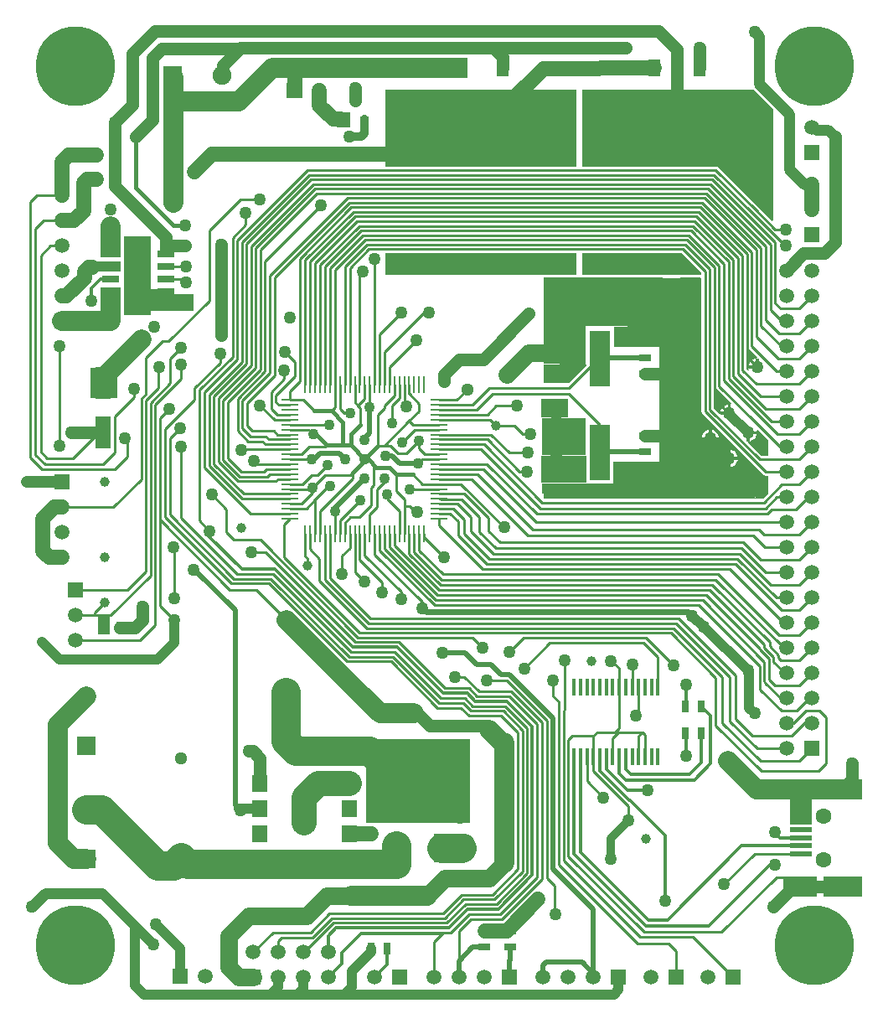
<source format=gtl>
%FSLAX24Y24*%
%MOIN*%
G70*
G01*
G75*
G04 Layer_Physical_Order=1*
G04 Layer_Color=255*
%ADD10R,0.0315X0.0512*%
%ADD11R,0.0512X0.0315*%
%ADD12R,0.0512X0.0669*%
%ADD13R,0.2165X0.2244*%
%ADD14R,0.0630X0.1260*%
%ADD15R,0.0949X0.1299*%
%ADD16R,0.0689X0.0256*%
%ADD17R,0.1378X0.0807*%
%ADD18R,0.1575X0.0807*%
%ADD19R,0.0886X0.0197*%
%ADD20R,0.0138X0.0689*%
%ADD21R,0.0354X0.0315*%
%ADD22R,0.0598X0.0701*%
%ADD23R,0.0827X0.2205*%
%ADD24R,0.2283X0.2441*%
%ADD25R,0.0630X0.1181*%
%ADD26O,0.0098X0.0709*%
%ADD27O,0.0709X0.0098*%
%ADD28C,0.0087*%
%ADD29C,0.0512*%
%ADD30C,0.1181*%
%ADD31C,0.0472*%
%ADD32C,0.0591*%
%ADD33C,0.0118*%
%ADD34C,0.0433*%
%ADD35C,0.0110*%
%ADD36C,0.0197*%
%ADD37C,0.0098*%
%ADD38C,0.0394*%
%ADD39C,0.0315*%
%ADD40C,0.0984*%
%ADD41C,0.0709*%
%ADD42C,0.0157*%
%ADD43C,0.0787*%
%ADD44C,0.0236*%
%ADD45C,0.0346*%
%ADD46R,0.2075X0.0991*%
%ADD47R,0.0984X0.0753*%
%ADD48R,0.1682X0.0127*%
%ADD49R,0.1057X0.0746*%
%ADD50R,0.1774X0.1493*%
%ADD51R,0.1784X0.1115*%
%ADD52R,0.4757X0.0406*%
%ADD53R,0.1915X0.0841*%
%ADD54R,0.1689X0.2500*%
%ADD55R,0.4750X0.1932*%
%ADD56R,0.0784X0.0710*%
%ADD57R,0.2011X0.0891*%
%ADD58R,0.1089X0.3129*%
%ADD59R,0.0900X0.0910*%
%ADD60R,0.0806X0.1050*%
%ADD61R,0.0901X0.0788*%
%ADD62R,0.1077X0.0390*%
%ADD63R,0.1085X0.1247*%
%ADD64R,0.0785X0.0961*%
%ADD65R,0.0516X0.0864*%
%ADD66R,0.0450X0.0750*%
%ADD67R,0.0624X0.0822*%
%ADD68R,0.0552X0.0586*%
%ADD69R,0.2981X0.2504*%
%ADD70R,0.1698X0.6526*%
%ADD71R,0.2193X0.1166*%
%ADD72R,0.1066X0.1127*%
%ADD73R,0.8435X0.0209*%
%ADD74R,0.2431X0.2506*%
%ADD75R,0.2503X0.2506*%
%ADD76R,0.4161X0.3335*%
%ADD77C,0.0394*%
%ADD78R,0.0591X0.0591*%
%ADD79C,0.0591*%
%ADD80R,0.0591X0.0591*%
%ADD81C,0.0748*%
%ADD82R,0.0748X0.0748*%
%ADD83R,0.0748X0.0748*%
%ADD84C,0.0512*%
%ADD85C,0.3150*%
%ADD86C,0.0433*%
%ADD87C,0.0500*%
%ADD88C,0.0630*%
G36*
X42369Y59162D02*
X42353Y59155D01*
Y59155D01*
X42353Y59155D01*
X34770D01*
Y60022D01*
X42369D01*
Y59162D01*
D02*
G37*
G36*
X47355Y59226D02*
Y59139D01*
X42598D01*
Y60022D01*
X46559D01*
X47355Y59226D01*
D02*
G37*
G36*
X42369Y63457D02*
X34770D01*
Y66521D01*
X42369D01*
Y63457D01*
D02*
G37*
G36*
X50197Y65754D02*
Y61307D01*
X50151Y61288D01*
X49594Y61844D01*
X49594Y61844D01*
X48024Y63414D01*
X47977Y63446D01*
X47922Y63457D01*
X42598D01*
Y66521D01*
X49430D01*
X50197Y65754D01*
D02*
G37*
G36*
X49992Y52567D02*
Y51945D01*
X49724D01*
X49184Y52484D01*
X49200Y52518D01*
X49143Y52525D01*
X49141Y52527D01*
Y52869D01*
X49200D01*
Y52928D01*
X49544D01*
X49541Y52952D01*
X49585Y52974D01*
X49992Y52567D01*
D02*
G37*
G36*
X49206Y58998D02*
Y56300D01*
X49206Y56300D01*
X49206D01*
X49217Y56244D01*
X49248Y56197D01*
X49572Y55873D01*
X49556Y55826D01*
X49566Y55827D01*
X49625Y55819D01*
Y55475D01*
X49566D01*
Y55417D01*
X49222D01*
X49226Y55385D01*
X49236Y55362D01*
X49194Y55334D01*
X49125Y55404D01*
Y59014D01*
X49171Y59033D01*
X49206Y58998D01*
D02*
G37*
G36*
X47355Y58994D02*
Y53702D01*
X47355Y53702D01*
X47355D01*
X47366Y53647D01*
X47398Y53600D01*
X49800Y51198D01*
X49847Y51166D01*
X49856Y51165D01*
X49902Y51155D01*
X49992D01*
Y50450D01*
X49790Y50248D01*
X49505D01*
X49483Y50293D01*
X49504Y50321D01*
X49539Y50406D01*
X49544Y50437D01*
X49200D01*
Y50556D01*
X49544D01*
X49539Y50587D01*
X49504Y50672D01*
X49448Y50745D01*
X49376Y50801D01*
Y50802D01*
X49448Y50857D01*
X49504Y50930D01*
X49539Y51015D01*
X49544Y51047D01*
X48856D01*
X48849Y51106D01*
X48850Y51117D01*
X48800D01*
X48801Y51106D01*
X48794Y51047D01*
X48106D01*
X48099Y51106D01*
X48100Y51117D01*
X48050D01*
X48051Y51106D01*
X48044Y51047D01*
X47356D01*
X47349Y51106D01*
X47350Y51117D01*
X47300D01*
X47301Y51106D01*
X47294Y51047D01*
X46950D01*
Y51106D01*
X46891D01*
Y51450D01*
X46859Y51445D01*
X46774Y51410D01*
X46701Y51354D01*
X46646Y51282D01*
X46625Y51232D01*
X46575D01*
X46554Y51282D01*
X46498Y51354D01*
X46426Y51410D01*
X46341Y51445D01*
X46309Y51450D01*
Y51106D01*
X46191D01*
Y51450D01*
X46159Y51445D01*
X46074Y51410D01*
X46002Y51354D01*
X45946Y51282D01*
X45930Y51244D01*
X45880D01*
X45865Y51282D01*
X45809Y51354D01*
X45736Y51410D01*
X45657Y51443D01*
Y56563D01*
X45736Y56596D01*
X45809Y56652D01*
X45865Y56724D01*
X45880Y56762D01*
X45930D01*
X45946Y56724D01*
X46002Y56652D01*
X46074Y56596D01*
X46159Y56561D01*
X46191Y56557D01*
Y56900D01*
Y57244D01*
X46159Y57240D01*
X46074Y57205D01*
X46002Y57149D01*
X45946Y57076D01*
X45930Y57039D01*
X45880D01*
X45865Y57076D01*
X45809Y57149D01*
X45736Y57205D01*
X45657Y57237D01*
Y57313D01*
X45736Y57346D01*
X45809Y57402D01*
X45865Y57474D01*
X45880Y57512D01*
X45930D01*
X45946Y57474D01*
X46002Y57402D01*
X46074Y57346D01*
X46159Y57311D01*
X46191Y57307D01*
Y57650D01*
X46309D01*
Y57307D01*
X46341Y57311D01*
X46426Y57346D01*
X46498Y57402D01*
X46554Y57474D01*
X46575Y57524D01*
X46625D01*
X46646Y57474D01*
X46701Y57402D01*
X46774Y57346D01*
X46859Y57311D01*
X46891Y57307D01*
Y57650D01*
X46950D01*
Y57709D01*
X47294D01*
X47289Y57741D01*
X47254Y57826D01*
X47199Y57899D01*
X47126Y57955D01*
X47041Y57990D01*
Y58011D01*
X47126Y58046D01*
X47199Y58102D01*
X47254Y58174D01*
X47289Y58259D01*
X47294Y58291D01*
X46950D01*
Y58350D01*
X46891D01*
Y58694D01*
X46859Y58689D01*
X46774Y58654D01*
X46701Y58598D01*
X46646Y58526D01*
X46625Y58476D01*
X46575D01*
X46554Y58526D01*
X46498Y58598D01*
X46426Y58654D01*
X46341Y58689D01*
X46309Y58694D01*
Y58350D01*
X46191D01*
Y58694D01*
X46159Y58689D01*
X46074Y58654D01*
X46002Y58598D01*
X45946Y58526D01*
X45930Y58489D01*
X45880D01*
X45865Y58526D01*
X45809Y58599D01*
X45736Y58655D01*
X45657Y58687D01*
Y59026D01*
X47320Y59029D01*
X47355Y58994D01*
D02*
G37*
G36*
X42762Y55574D02*
X42762Y55555D01*
X42057Y54850D01*
X41683D01*
X41673Y54899D01*
X41746Y54929D01*
X41823Y54988D01*
X41882Y55065D01*
X41919Y55154D01*
X41924Y55191D01*
X41560D01*
Y55309D01*
X41924D01*
X41919Y55346D01*
X41882Y55436D01*
X41823Y55513D01*
X41746Y55572D01*
X41657Y55609D01*
Y55609D01*
X41657Y55609D01*
X42727D01*
X42762Y55574D01*
D02*
G37*
G36*
X47911Y58995D02*
Y54710D01*
X47911Y54710D01*
X47911D01*
X47922Y54655D01*
X47953Y54608D01*
X48532Y54029D01*
X48510Y53984D01*
X48509Y53984D01*
Y53640D01*
X48450D01*
Y53582D01*
X48106D01*
X48099Y53636D01*
X48054Y53614D01*
X47830Y53838D01*
Y59011D01*
X47876Y59030D01*
X47911Y58995D01*
D02*
G37*
%LPC*%
G36*
X48509Y52194D02*
Y51909D01*
X48794D01*
X48789Y51941D01*
X48754Y52026D01*
X48699Y52098D01*
X48626Y52154D01*
X48541Y52189D01*
X48509Y52194D01*
D02*
G37*
G36*
X47009Y52979D02*
Y52694D01*
X47294D01*
X47289Y52726D01*
X47254Y52811D01*
X47199Y52884D01*
X47126Y52940D01*
X47041Y52975D01*
X47009Y52979D01*
D02*
G37*
G36*
X47641D02*
X47609Y52975D01*
X47524Y52940D01*
X47452Y52884D01*
X47396Y52811D01*
X47361Y52726D01*
X47356Y52694D01*
X47641D01*
Y52979D01*
D02*
G37*
G36*
X47759D02*
Y52694D01*
X48044D01*
X48039Y52726D01*
X48004Y52811D01*
X47948Y52884D01*
X47876Y52940D01*
X47791Y52975D01*
X47759Y52979D01*
D02*
G37*
G36*
Y52194D02*
Y51909D01*
X48044D01*
X48039Y51941D01*
X48004Y52026D01*
X47948Y52098D01*
X47876Y52154D01*
X47791Y52189D01*
X47759Y52194D01*
D02*
G37*
G36*
X48391D02*
X48359Y52189D01*
X48274Y52154D01*
X48201Y52098D01*
X48146Y52026D01*
X48111Y51941D01*
X48106Y51909D01*
X48391D01*
Y52194D01*
D02*
G37*
G36*
X46891Y52576D02*
X46606D01*
X46611Y52544D01*
X46646Y52460D01*
X46701Y52387D01*
X46774Y52331D01*
X46859Y52296D01*
X46891Y52292D01*
Y52576D01*
D02*
G37*
G36*
X47299Y52657D02*
X47301Y52635D01*
X47300Y52625D01*
X47339D01*
X47351Y52613D01*
X47349Y52635D01*
X47350Y52646D01*
X47311D01*
X47299Y52657D01*
D02*
G37*
G36*
X49544Y52810D02*
X49259D01*
Y52526D01*
X49291Y52530D01*
X49376Y52565D01*
X49448Y52621D01*
X49504Y52694D01*
X49539Y52778D01*
X49544Y52810D01*
D02*
G37*
G36*
X48044Y52576D02*
X47759D01*
Y52292D01*
X47791Y52296D01*
X47876Y52331D01*
X47948Y52387D01*
X48004Y52460D01*
X48039Y52544D01*
X48044Y52576D01*
D02*
G37*
G36*
X46891Y52979D02*
X46859Y52975D01*
X46774Y52940D01*
X46701Y52884D01*
X46646Y52811D01*
X46611Y52726D01*
X46606Y52694D01*
X46891D01*
Y52979D01*
D02*
G37*
G36*
X47294Y52576D02*
X47009D01*
Y52292D01*
X47041Y52296D01*
X47126Y52331D01*
X47199Y52387D01*
X47254Y52460D01*
X47289Y52544D01*
X47294Y52576D01*
D02*
G37*
G36*
X47641D02*
X47356D01*
X47361Y52544D01*
X47396Y52460D01*
X47452Y52387D01*
X47524Y52331D01*
X47609Y52296D01*
X47641Y52292D01*
Y52576D01*
D02*
G37*
G36*
Y52194D02*
X47609Y52189D01*
X47524Y52154D01*
X47452Y52098D01*
X47396Y52026D01*
X47361Y51941D01*
X47356Y51909D01*
X47641D01*
Y52194D01*
D02*
G37*
G36*
X49141Y51450D02*
X49109Y51445D01*
X49024Y51410D01*
X48952Y51354D01*
X48896Y51282D01*
X48861Y51197D01*
X48856Y51165D01*
X49141D01*
Y51450D01*
D02*
G37*
G36*
X48509D02*
Y51165D01*
X48794D01*
X48789Y51197D01*
X48754Y51282D01*
X48699Y51354D01*
X48626Y51410D01*
X48541Y51445D01*
X48509Y51450D01*
D02*
G37*
G36*
X46891Y51791D02*
X46606D01*
X46611Y51759D01*
X46646Y51674D01*
X46701Y51602D01*
X46774Y51546D01*
X46859Y51511D01*
X46891Y51506D01*
Y51791D01*
D02*
G37*
G36*
X49259Y51450D02*
Y51165D01*
X49544D01*
X49539Y51197D01*
X49504Y51282D01*
X49448Y51354D01*
X49376Y51410D01*
X49291Y51445D01*
X49259Y51450D01*
D02*
G37*
G36*
X47641D02*
X47609Y51445D01*
X47524Y51410D01*
X47452Y51354D01*
X47396Y51282D01*
X47361Y51197D01*
X47356Y51165D01*
X47641D01*
Y51450D01*
D02*
G37*
G36*
X47009D02*
Y51165D01*
X47294D01*
X47289Y51197D01*
X47254Y51282D01*
X47199Y51354D01*
X47126Y51410D01*
X47041Y51445D01*
X47009Y51450D01*
D02*
G37*
G36*
X48391D02*
X48359Y51445D01*
X48274Y51410D01*
X48201Y51354D01*
X48146Y51282D01*
X48111Y51197D01*
X48106Y51165D01*
X48391D01*
Y51450D01*
D02*
G37*
G36*
X47759D02*
Y51165D01*
X48044D01*
X48039Y51197D01*
X48004Y51282D01*
X47948Y51354D01*
X47876Y51410D01*
X47791Y51445D01*
X47759Y51450D01*
D02*
G37*
G36*
X47294Y51791D02*
X47009D01*
Y51506D01*
X47041Y51511D01*
X47126Y51546D01*
X47199Y51602D01*
X47254Y51674D01*
X47289Y51759D01*
X47294Y51791D01*
D02*
G37*
G36*
X48049Y51872D02*
X48051Y51850D01*
X48050Y51839D01*
X48089D01*
X48101Y51828D01*
X48099Y51850D01*
X48100Y51861D01*
X48061D01*
X48049Y51872D01*
D02*
G37*
G36*
X47299D02*
X47301Y51850D01*
X47300Y51839D01*
X47339D01*
X47351Y51828D01*
X47349Y51850D01*
X47350Y51861D01*
X47311D01*
X47299Y51872D01*
D02*
G37*
G36*
X47009Y52194D02*
Y51909D01*
X47294D01*
X47289Y51941D01*
X47254Y52026D01*
X47199Y52098D01*
X47126Y52154D01*
X47041Y52189D01*
X47009Y52194D01*
D02*
G37*
G36*
X46891D02*
X46859Y52189D01*
X46774Y52154D01*
X46701Y52098D01*
X46646Y52026D01*
X46611Y51941D01*
X46606Y51909D01*
X46891D01*
Y52194D01*
D02*
G37*
G36*
X48044Y51791D02*
X47759D01*
Y51506D01*
X47791Y51511D01*
X47876Y51546D01*
X47948Y51602D01*
X48004Y51674D01*
X48039Y51759D01*
X48044Y51791D01*
D02*
G37*
G36*
X47641D02*
X47356D01*
X47361Y51759D01*
X47396Y51674D01*
X47452Y51602D01*
X47524Y51546D01*
X47609Y51511D01*
X47641Y51506D01*
Y51791D01*
D02*
G37*
G36*
X48794D02*
X48509D01*
Y51506D01*
X48541Y51511D01*
X48626Y51546D01*
X48699Y51602D01*
X48754Y51674D01*
X48789Y51759D01*
X48794Y51791D01*
D02*
G37*
G36*
X48391D02*
X48106D01*
X48111Y51759D01*
X48146Y51674D01*
X48201Y51602D01*
X48274Y51546D01*
X48359Y51511D01*
X48391Y51506D01*
Y51791D01*
D02*
G37*
G36*
X46191Y53429D02*
X45906D01*
X45911Y53397D01*
X45946Y53313D01*
X46002Y53240D01*
X46074Y53184D01*
X46159Y53149D01*
X46191Y53145D01*
Y53429D01*
D02*
G37*
G36*
X46891Y57244D02*
X46859Y57240D01*
X46774Y57205D01*
X46701Y57149D01*
X46646Y57076D01*
X46625Y57026D01*
X46575D01*
X46554Y57076D01*
X46498Y57149D01*
X46426Y57205D01*
X46341Y57240D01*
X46309Y57244D01*
Y56900D01*
Y56557D01*
X46341Y56561D01*
X46426Y56596D01*
X46498Y56652D01*
X46554Y56724D01*
X46575Y56774D01*
X46625D01*
X46646Y56724D01*
X46701Y56652D01*
X46774Y56596D01*
X46859Y56561D01*
X46891Y56557D01*
Y56900D01*
Y57244D01*
D02*
G37*
G36*
X47009D02*
Y56959D01*
X47294D01*
X47289Y56991D01*
X47254Y57076D01*
X47199Y57149D01*
X47126Y57205D01*
X47041Y57240D01*
X47009Y57244D01*
D02*
G37*
G36*
Y58694D02*
Y58409D01*
X47294D01*
X47289Y58441D01*
X47254Y58526D01*
X47199Y58598D01*
X47126Y58654D01*
X47041Y58689D01*
X47009Y58694D01*
D02*
G37*
G36*
X47294Y57591D02*
X47009D01*
Y57307D01*
X47041Y57311D01*
X47126Y57346D01*
X47199Y57402D01*
X47254Y57474D01*
X47289Y57559D01*
X47294Y57591D01*
D02*
G37*
G36*
X46891Y56391D02*
X46859Y56387D01*
X46774Y56352D01*
X46701Y56296D01*
X46646Y56223D01*
X46611Y56138D01*
X46606Y56106D01*
X46891D01*
Y56391D01*
D02*
G37*
G36*
X47294Y55988D02*
X47009D01*
Y55704D01*
X47041Y55708D01*
X47126Y55743D01*
X47199Y55799D01*
X47254Y55872D01*
X47289Y55956D01*
X47294Y55988D01*
D02*
G37*
G36*
Y56841D02*
X47009D01*
Y56557D01*
X47041Y56561D01*
X47126Y56596D01*
X47199Y56652D01*
X47254Y56724D01*
X47289Y56809D01*
X47294Y56841D01*
D02*
G37*
G36*
X47009Y56391D02*
Y56106D01*
X47294D01*
X47289Y56138D01*
X47254Y56223D01*
X47199Y56296D01*
X47126Y56352D01*
X47041Y56387D01*
X47009Y56391D01*
D02*
G37*
G36*
X39731Y66056D02*
X38609D01*
Y64895D01*
X39731D01*
Y66056D01*
D02*
G37*
G36*
X38491D02*
X37369D01*
Y64895D01*
X38491D01*
Y66056D01*
D02*
G37*
G36*
X47559D02*
X46437D01*
Y64895D01*
X47559D01*
Y66056D01*
D02*
G37*
G36*
X46319D02*
X45197D01*
Y64895D01*
X46319D01*
Y66056D01*
D02*
G37*
G36*
X39731Y64777D02*
X38609D01*
Y63615D01*
X39731D01*
Y64777D01*
D02*
G37*
G36*
X38491D02*
X37369D01*
Y63615D01*
X38491D01*
Y64777D01*
D02*
G37*
G36*
X47559D02*
X46437D01*
Y63615D01*
X47559D01*
Y64777D01*
D02*
G37*
G36*
X46319D02*
X45197D01*
Y63615D01*
X46319D01*
Y64777D01*
D02*
G37*
G36*
X46191Y54282D02*
X45906D01*
X45911Y54250D01*
X45946Y54166D01*
X46002Y54093D01*
X46074Y54037D01*
X46159Y54002D01*
X46191Y53998D01*
Y54282D01*
D02*
G37*
G36*
X48391Y53984D02*
X48359Y53980D01*
X48274Y53945D01*
X48201Y53889D01*
X48146Y53816D01*
X48111Y53732D01*
X48106Y53700D01*
X48391D01*
Y53984D01*
D02*
G37*
G36*
X46191Y54685D02*
X46159Y54681D01*
X46074Y54646D01*
X46002Y54590D01*
X45946Y54517D01*
X45911Y54432D01*
X45906Y54400D01*
X46191D01*
Y54685D01*
D02*
G37*
G36*
X47294Y54282D02*
X47009D01*
Y53998D01*
X47041Y54002D01*
X47126Y54037D01*
X47199Y54093D01*
X47254Y54166D01*
X47289Y54250D01*
X47294Y54282D01*
D02*
G37*
G36*
X46191Y53832D02*
X46159Y53828D01*
X46074Y53793D01*
X46002Y53737D01*
X45946Y53664D01*
X45911Y53579D01*
X45906Y53547D01*
X46191D01*
Y53832D01*
D02*
G37*
G36*
X47294Y53429D02*
X47009D01*
Y53145D01*
X47041Y53149D01*
X47126Y53184D01*
X47199Y53240D01*
X47254Y53313D01*
X47289Y53397D01*
X47294Y53429D01*
D02*
G37*
G36*
X46891Y53832D02*
X46859Y53828D01*
X46774Y53793D01*
X46701Y53737D01*
X46646Y53664D01*
X46625Y53614D01*
X46575D01*
X46554Y53664D01*
X46498Y53737D01*
X46426Y53793D01*
X46341Y53828D01*
X46309Y53832D01*
Y53488D01*
Y53145D01*
X46341Y53149D01*
X46426Y53184D01*
X46498Y53240D01*
X46554Y53313D01*
X46575Y53363D01*
X46625D01*
X46646Y53313D01*
X46701Y53240D01*
X46774Y53184D01*
X46859Y53149D01*
X46891Y53145D01*
Y53488D01*
Y53832D01*
D02*
G37*
G36*
X47009D02*
Y53547D01*
X47294D01*
X47289Y53579D01*
X47254Y53664D01*
X47199Y53737D01*
X47126Y53793D01*
X47041Y53828D01*
X47009Y53832D01*
D02*
G37*
G36*
Y55538D02*
Y55253D01*
X47294D01*
X47289Y55285D01*
X47254Y55370D01*
X47199Y55443D01*
X47126Y55499D01*
X47041Y55534D01*
X47009Y55538D01*
D02*
G37*
G36*
X46891D02*
X46859Y55534D01*
X46774Y55499D01*
X46701Y55443D01*
X46646Y55370D01*
X46611Y55285D01*
X46606Y55253D01*
X46891D01*
Y55538D01*
D02*
G37*
G36*
Y55988D02*
X46606D01*
X46611Y55956D01*
X46646Y55872D01*
X46701Y55799D01*
X46774Y55743D01*
X46859Y55708D01*
X46891Y55704D01*
Y55988D01*
D02*
G37*
G36*
X49507Y55819D02*
X49475Y55815D01*
X49390Y55780D01*
X49317Y55724D01*
X49261Y55651D01*
X49226Y55567D01*
X49222Y55535D01*
X49507D01*
Y55819D01*
D02*
G37*
G36*
X46891Y54685D02*
X46859Y54681D01*
X46774Y54646D01*
X46701Y54590D01*
X46646Y54517D01*
X46625Y54467D01*
X46575D01*
X46554Y54517D01*
X46498Y54590D01*
X46426Y54646D01*
X46341Y54681D01*
X46309Y54685D01*
Y54341D01*
Y53998D01*
X46341Y54002D01*
X46426Y54037D01*
X46498Y54093D01*
X46554Y54166D01*
X46575Y54215D01*
X46625D01*
X46646Y54166D01*
X46701Y54093D01*
X46774Y54037D01*
X46859Y54002D01*
X46891Y53998D01*
Y54341D01*
Y54685D01*
D02*
G37*
G36*
X47009D02*
Y54400D01*
X47294D01*
X47289Y54432D01*
X47254Y54517D01*
X47199Y54590D01*
X47126Y54646D01*
X47041Y54681D01*
X47009Y54685D01*
D02*
G37*
G36*
X47294Y55135D02*
X47009D01*
Y54851D01*
X47041Y54855D01*
X47126Y54890D01*
X47199Y54946D01*
X47254Y55019D01*
X47289Y55103D01*
X47294Y55135D01*
D02*
G37*
G36*
X46891D02*
X46606D01*
X46611Y55103D01*
X46646Y55019D01*
X46701Y54946D01*
X46774Y54890D01*
X46859Y54855D01*
X46891Y54851D01*
Y55135D01*
D02*
G37*
%LPD*%
D10*
X46709Y41980D02*
D03*
X47339D02*
D03*
X24200Y45100D02*
D03*
X23570D02*
D03*
X34850Y32350D02*
D03*
X34220D02*
D03*
X23907Y63910D02*
D03*
X23277D02*
D03*
X23907Y62960D02*
D03*
X23277D02*
D03*
X46709Y40909D02*
D03*
X47339D02*
D03*
D11*
X45110Y52100D02*
D03*
Y52730D02*
D03*
Y55850D02*
D03*
Y55220D02*
D03*
X39750Y32400D02*
D03*
Y33030D02*
D03*
X38700Y32400D02*
D03*
Y33030D02*
D03*
D12*
X37650Y67371D02*
D03*
X39450D02*
D03*
X45478D02*
D03*
X47278D02*
D03*
D13*
X38550Y64829D02*
D03*
X46378D02*
D03*
D14*
X23550Y54850D02*
D03*
Y52881D02*
D03*
D15*
X24950Y59250D02*
D03*
D16*
X23840Y58480D02*
D03*
Y58980D02*
D03*
X26045Y58480D02*
D03*
Y58980D02*
D03*
Y59480D02*
D03*
Y59980D02*
D03*
X23840D02*
D03*
Y59480D02*
D03*
D17*
X51289Y38689D02*
D03*
Y34811D02*
D03*
D18*
X52963Y38689D02*
D03*
Y34811D02*
D03*
D19*
X51299Y37380D02*
D03*
Y37065D02*
D03*
Y36120D02*
D03*
Y36435D02*
D03*
Y36750D02*
D03*
D20*
X45613Y42750D02*
D03*
X45357D02*
D03*
X45101D02*
D03*
X44846D02*
D03*
X44590D02*
D03*
X44334D02*
D03*
X44078D02*
D03*
X42287D02*
D03*
X42542D02*
D03*
X42798D02*
D03*
X43054D02*
D03*
X43310D02*
D03*
X43566D02*
D03*
X43822D02*
D03*
X44078Y39972D02*
D03*
X44334D02*
D03*
X44590D02*
D03*
X44846D02*
D03*
X45101D02*
D03*
X45357D02*
D03*
X45614D02*
D03*
X42287D02*
D03*
X42542D02*
D03*
X42798D02*
D03*
X43054D02*
D03*
X43310D02*
D03*
X43566D02*
D03*
X43822D02*
D03*
D21*
X33176Y65326D02*
D03*
X33924D02*
D03*
X33550Y66074D02*
D03*
D22*
X33325Y36900D02*
D03*
X33325Y37900D02*
D03*
X33325Y38900D02*
D03*
X29775Y36900D02*
D03*
X29775Y37900D02*
D03*
X29775Y38900D02*
D03*
D23*
X43300Y52080D02*
D03*
Y55820D02*
D03*
D24*
X36100Y39400D02*
D03*
D25*
X35200Y36378D02*
D03*
X37000Y36353D02*
D03*
D26*
X36313Y54781D02*
D03*
X31589D02*
D03*
X31785D02*
D03*
X31982D02*
D03*
X32179D02*
D03*
X32376D02*
D03*
X32573D02*
D03*
X32770D02*
D03*
X32966D02*
D03*
X33163D02*
D03*
X33360D02*
D03*
X33557D02*
D03*
X33754D02*
D03*
X33951D02*
D03*
X34148D02*
D03*
X34344D02*
D03*
X34541D02*
D03*
X34738D02*
D03*
X34935D02*
D03*
X35132D02*
D03*
X35329D02*
D03*
X35526D02*
D03*
X35722D02*
D03*
X35919D02*
D03*
X36116D02*
D03*
X36313Y48836D02*
D03*
X36116D02*
D03*
X35919D02*
D03*
X35722D02*
D03*
X35526D02*
D03*
X35329D02*
D03*
X35132D02*
D03*
X34935D02*
D03*
X34738D02*
D03*
X34541D02*
D03*
X34344D02*
D03*
X34148D02*
D03*
X33951D02*
D03*
X33754D02*
D03*
X33557D02*
D03*
X33360D02*
D03*
X33163D02*
D03*
X32966D02*
D03*
X32770D02*
D03*
X32573D02*
D03*
X32376D02*
D03*
X32179D02*
D03*
X31982D02*
D03*
X31785D02*
D03*
X31589D02*
D03*
D27*
X30978Y49447D02*
D03*
Y49644D02*
D03*
Y49840D02*
D03*
Y50037D02*
D03*
Y50234D02*
D03*
Y50431D02*
D03*
Y50628D02*
D03*
Y50825D02*
D03*
Y51022D02*
D03*
Y51218D02*
D03*
Y51415D02*
D03*
Y51612D02*
D03*
Y51809D02*
D03*
Y52006D02*
D03*
Y52203D02*
D03*
Y52399D02*
D03*
Y52596D02*
D03*
Y52793D02*
D03*
Y52990D02*
D03*
Y53187D02*
D03*
Y53384D02*
D03*
Y53581D02*
D03*
Y53777D02*
D03*
Y53974D02*
D03*
Y54171D02*
D03*
X36923D02*
D03*
Y53974D02*
D03*
Y53777D02*
D03*
Y53581D02*
D03*
Y53384D02*
D03*
Y53187D02*
D03*
Y52990D02*
D03*
Y52793D02*
D03*
Y52596D02*
D03*
Y52399D02*
D03*
Y52203D02*
D03*
Y52006D02*
D03*
Y51809D02*
D03*
Y51612D02*
D03*
Y51415D02*
D03*
Y51218D02*
D03*
Y51022D02*
D03*
Y50825D02*
D03*
Y50628D02*
D03*
Y50431D02*
D03*
Y50234D02*
D03*
Y50037D02*
D03*
Y49840D02*
D03*
Y49644D02*
D03*
Y49447D02*
D03*
D28*
X30420Y54080D02*
X30526Y53974D01*
X26834Y59480D02*
X26850Y59464D01*
X50509Y43800D02*
X51250D01*
X50643Y44300D02*
X50750D01*
X47915Y47028D02*
X50643Y44300D01*
X37015Y47028D02*
X47915D01*
X50432Y44800D02*
X51250D01*
X48000Y47232D02*
X50432Y44800D01*
X37072Y47232D02*
X48000D01*
X43310Y52130D02*
Y53169D01*
X42074Y54406D02*
X43310Y53169D01*
X39032Y54406D02*
X42074D01*
X21774Y56325D02*
X21793Y56306D01*
Y52331D02*
Y56306D01*
X21063Y52106D02*
Y59926D01*
X21437Y60300D01*
X20852Y60991D02*
X21161Y61300D01*
X20635Y62039D02*
X20897Y62300D01*
X26330Y48298D02*
X26389Y48240D01*
X39898Y53150D02*
X40227Y52820D01*
X38833Y52596D02*
X40102Y51327D01*
X34738Y56088D02*
X36300Y57650D01*
X34541Y54781D02*
Y56791D01*
X39181Y53937D02*
X40021D01*
X24388Y52659D02*
X24492Y52555D01*
X25799Y49401D02*
Y53453D01*
Y49401D02*
X25800Y49400D01*
X45613Y42750D02*
Y43947D01*
X36313Y48723D02*
X37120Y47915D01*
X36313Y48723D02*
Y48836D01*
X20897Y62300D02*
X21900D01*
X38825Y53581D02*
X39181Y53937D01*
X36923Y53581D02*
X38825D01*
X21161Y61300D02*
X21900D01*
X21437Y60300D02*
X21900D01*
X48250Y34900D02*
X49470Y36120D01*
X51299D01*
X44750Y41600D02*
X44846Y41696D01*
X44590Y42750D02*
X44600Y42760D01*
Y43650D01*
X51500Y41800D02*
X52050D01*
X52300Y41550D01*
Y39700D02*
Y41550D01*
X50950Y40800D02*
X51450Y41300D01*
X51750D01*
X51250Y39800D02*
X51750Y40300D01*
X51250Y45800D02*
X51750Y46300D01*
X51250Y42800D02*
X51750Y43300D01*
X31589Y47956D02*
Y48836D01*
X51250Y48800D02*
X51750Y49300D01*
X51100Y49800D02*
X51600Y50300D01*
X51250Y43800D02*
X51750Y44300D01*
X51250Y44800D02*
X51750Y45300D01*
X51250Y46800D02*
X51750Y47300D01*
X51250Y47800D02*
X51750Y48300D01*
X51600Y50300D02*
X51750D01*
X36923Y50234D02*
X36958D01*
X36964Y50228D01*
X30750Y49218D02*
X30978Y49447D01*
X36907Y49431D02*
X36923Y49447D01*
X35742Y50628D02*
X36923D01*
X35329Y48836D02*
Y49758D01*
X37612Y54171D02*
X38030Y54590D01*
X36923Y54171D02*
X37612D01*
X35931Y52990D02*
X36923D01*
X35430Y52490D02*
X35931Y52990D01*
X32080Y51190D02*
X32480Y51590D01*
X31830Y51190D02*
X32080D01*
X31465Y50825D02*
X31830Y51190D01*
X30978Y50825D02*
X31465D01*
X31625Y49840D02*
X31982Y50197D01*
X30978Y49840D02*
X31625D01*
X31982Y48836D02*
Y50197D01*
X33130Y53640D02*
X33380D01*
X34148Y54097D02*
Y54781D01*
X34154Y53868D02*
Y54097D01*
X35329Y54229D02*
Y54781D01*
X35030Y53930D02*
X35329Y54229D01*
X35526Y53974D02*
Y54781D01*
Y53974D02*
X35600Y53900D01*
X35030Y53240D02*
Y53930D01*
X36923Y53974D02*
X36925Y53976D01*
X32966Y49376D02*
X33780Y50190D01*
X32966Y48836D02*
Y49376D01*
X34830Y50256D02*
X35329Y49758D01*
X34830Y50256D02*
Y50406D01*
X32448Y50663D02*
X32503D01*
X32580Y50740D01*
X30978Y53187D02*
X32528D01*
X32530Y53190D01*
X32966Y53803D02*
Y54781D01*
Y53803D02*
X33130Y53640D01*
X51250Y50800D02*
X51750Y51300D01*
X49885Y48300D02*
X50750D01*
X49854Y48800D02*
X51250D01*
X52006Y39406D02*
X52300Y39700D01*
X51127Y41800D02*
X51627Y42300D01*
X51750D01*
X50750Y41300D02*
X51000D01*
X51500Y41800D01*
X33754Y47801D02*
Y48836D01*
Y47801D02*
X34642Y46913D01*
X33051Y47976D02*
X33360Y48285D01*
Y48836D01*
X33557Y47309D02*
Y48836D01*
X36907Y49168D02*
Y49431D01*
X49421Y48764D02*
X49885Y48300D01*
X49634Y49020D02*
X49854Y48800D01*
X36923Y52399D02*
X38695D01*
X41000Y50094D01*
X36900Y52200D02*
X38583D01*
X40929Y49854D01*
X33951Y47994D02*
X35409Y46535D01*
Y46240D02*
Y46535D01*
X34642Y46504D02*
Y46913D01*
X33951Y47994D02*
Y48836D01*
X33557Y47309D02*
X33925Y46941D01*
X33051Y47232D02*
Y47976D01*
X30510Y51022D02*
X30978D01*
X34148Y48836D02*
Y49624D01*
X36923Y53777D02*
X38403D01*
X39032Y54406D01*
X30179Y51218D02*
X30978D01*
X30041Y51415D02*
X30978D01*
X36242Y51809D02*
X36923D01*
X30467Y52793D02*
X30978D01*
X29311Y52516D02*
X29882D01*
X29998Y52399D01*
X30978D01*
X29396Y52720D02*
X30004D01*
X30128Y52596D01*
X30978D01*
X29477Y52929D02*
X30331D01*
X30467Y52793D01*
X46350Y31200D02*
Y32245D01*
X38554Y52596D02*
X38833D01*
X36923D02*
X38554D01*
X40102Y51327D02*
X40421D01*
X38583Y52793D02*
X38635D01*
X36923D02*
X38583D01*
X38975D02*
X39694Y52074D01*
X38801Y52793D02*
X38975D01*
X38583D02*
X38801D01*
X46045Y32550D02*
X46350Y32245D01*
X44800Y32550D02*
X46045D01*
X47005Y32795D02*
X48600Y31200D01*
X44905Y32795D02*
X47005D01*
X29675Y51612D02*
X30978D01*
X30500Y32200D02*
Y32650D01*
X30526Y53974D02*
X30978D01*
Y50037D02*
X31430D01*
X31880Y50488D01*
Y50690D01*
X33163Y48836D02*
Y49289D01*
X32179Y48836D02*
Y49738D01*
X30978Y52006D02*
X31430D01*
X30978Y50628D02*
X31819D01*
X31880Y50690D01*
X32380Y51190D01*
X34344Y48836D02*
X34344Y48836D01*
X32179Y49738D02*
X33480Y51040D01*
X33163Y49289D02*
X33380Y49506D01*
X32380Y51190D02*
X33380D01*
X33480Y51040D02*
Y51290D01*
X33380Y49506D02*
X33730D01*
X33968Y49744D01*
Y49748D02*
X34201Y49980D01*
X33968Y49744D02*
Y49748D01*
X33380Y51190D02*
X33480Y51290D01*
X33951Y51760D02*
Y51809D01*
X34093D01*
X34980Y52338D02*
X35279Y52040D01*
X31710Y52990D02*
X31900Y52800D01*
X31999D01*
X30978Y52990D02*
X31710D01*
X30978Y54171D02*
X31499D01*
X31930Y53740D01*
X32630D02*
X32770Y53879D01*
X34480Y52338D02*
X34729D01*
X34980D01*
X34480D02*
Y53579D01*
X34729Y52338D02*
X35722Y53332D01*
X33780Y53190D02*
Y53840D01*
X33557Y54063D02*
X33680Y53940D01*
X33780Y53840D01*
X34480Y53579D02*
X34732Y53831D01*
Y53941D01*
X33680Y53940D02*
X33951Y54210D01*
X34732Y53941D02*
X35132Y54341D01*
X32770Y53879D02*
Y54781D01*
X33557Y54063D02*
Y54781D01*
X33951Y54210D02*
Y54781D01*
X35132Y54341D02*
Y54781D01*
X42204Y40804D02*
X43054D01*
Y39972D02*
Y40804D01*
X43822Y39972D02*
Y40722D01*
X43054Y40804D02*
X43200Y40950D01*
X43900D01*
X35526Y48836D02*
Y49956D01*
Y50211D01*
Y49956D02*
X35730D01*
X45075Y33000D02*
X48154D01*
X50329Y35176D01*
X50785D02*
X51150Y34811D01*
X50329Y35176D02*
X50785D01*
X44846Y39972D02*
Y40796D01*
X45101Y39972D02*
Y40848D01*
X43822Y40722D02*
X44050Y40950D01*
X43900D02*
X44050D01*
X43900D02*
X44078Y41128D01*
Y42750D01*
X44050Y40950D02*
X45000D01*
X45101Y40848D01*
X44846Y40796D02*
X45000Y40950D01*
X35279Y52040D02*
X35590D01*
X35857Y51213D02*
X36245Y50825D01*
X36100Y52239D02*
X36333Y52006D01*
X36245Y50825D02*
X36923D01*
X36333Y52006D02*
X36923D01*
X35722Y53332D02*
X35867Y53187D01*
X36100Y52239D02*
Y52550D01*
X35722Y53332D02*
X36100Y53709D01*
X35728Y54397D02*
Y54403D01*
X35867Y53187D02*
X36923D01*
X35728Y54397D02*
X36100Y54025D01*
Y53709D02*
Y54025D01*
X36923Y50825D02*
X37788D01*
X35722Y54403D02*
Y54781D01*
X36923Y53384D02*
X38951D01*
X39185Y53150D01*
X39898D01*
X22450Y46600D02*
X24500D01*
X34935Y54781D02*
Y55485D01*
X36925Y53976D02*
X38240D01*
X35202Y51213D02*
X35205Y51209D01*
Y50531D02*
Y51209D01*
Y50531D02*
X35526Y50211D01*
X34935Y55485D02*
X36027Y56577D01*
X30358Y53384D02*
X30978D01*
X34738Y54781D02*
Y56088D01*
X36300Y57650D02*
X36500D01*
X34541Y56791D02*
X35400Y57650D01*
X26045Y59480D02*
X26834D01*
X26045Y58155D02*
Y58480D01*
Y58155D02*
X26250Y57950D01*
X26850D01*
X26045Y58980D02*
X26716D01*
X26850Y58846D01*
X22450Y44600D02*
X25000D01*
X23200Y45700D02*
X23600Y46100D01*
X23200Y45600D02*
Y45700D01*
X22450Y45600D02*
X23200D01*
X23850D01*
X25186Y58768D02*
Y59014D01*
Y58768D02*
X25474Y58480D01*
X26045D01*
X41000Y50094D02*
X49841D01*
X50547Y50800D01*
X51250D01*
X50336Y50300D02*
X50750D01*
X50126Y49800D02*
X51100D01*
X49964Y49638D02*
X50126Y49800D01*
X49891Y49854D02*
X50336Y50300D01*
X40929Y49854D02*
X49891D01*
X36923Y49644D02*
X37347D01*
X37657Y49333D01*
Y48783D02*
Y49333D01*
X36923Y49840D02*
X37481D01*
X37909Y49412D01*
Y48839D02*
Y49412D01*
X36923Y50037D02*
X37627D01*
X38161Y49502D01*
Y48957D02*
Y49502D01*
X36964Y50228D02*
X37798D01*
X38516Y49511D01*
Y48913D02*
Y49511D01*
X36923Y50431D02*
X37918D01*
X38874Y49475D01*
Y48961D02*
Y49475D01*
X36923Y51022D02*
X38193D01*
X36923Y51415D02*
X38660D01*
X40776Y49300D01*
X50750D01*
X36923Y51612D02*
X38816D01*
X40790Y49638D01*
X49964D01*
X31785Y48232D02*
Y48836D01*
Y48232D02*
X32156Y47861D01*
X31589Y47956D02*
X31669Y47875D01*
X36063Y51630D02*
X36242Y51809D01*
X40227Y52820D02*
X40528D01*
X39694Y52074D02*
X40456D01*
X38240Y53976D02*
X38894Y54630D01*
X42071D01*
X43310Y55870D01*
X26209Y52643D02*
X26595Y53030D01*
X34541Y48193D02*
Y48836D01*
X35132Y48387D02*
Y48836D01*
X35919Y48123D02*
Y48836D01*
X34344Y48015D02*
X36229Y46130D01*
Y45894D02*
Y46130D01*
Y45894D02*
X36256D01*
X47921Y41221D02*
Y43123D01*
Y41221D02*
X49737Y39406D01*
X52006D01*
X48189Y41307D02*
Y43145D01*
Y41307D02*
X49696Y39800D01*
X51250D01*
X48472Y41391D02*
Y43151D01*
Y41391D02*
X49563Y40300D01*
X50750D01*
X48704Y41480D02*
Y43210D01*
Y41480D02*
X49383Y40800D01*
X50950D01*
X50527Y41800D02*
X51127D01*
X50490Y42300D02*
X50750D01*
X50280Y42800D02*
X51250D01*
X49665Y42661D02*
X50527Y41800D01*
X49870Y42920D02*
X50490Y42300D01*
X50676Y43300D02*
X50750D01*
X48698Y47642D02*
X50540Y45800D01*
X51250D01*
X50329Y46300D02*
X50705D01*
X48867Y48051D02*
X50119Y46800D01*
X51250D01*
X49908Y47300D02*
X50750D01*
X49698Y47800D02*
X51250D01*
X48936Y48272D02*
X49908Y47300D01*
X38799Y47642D02*
X48698D01*
X38516Y48913D02*
X39157Y48272D01*
X48936D01*
X38161Y48957D02*
X39067Y48051D01*
X48867D01*
X48783Y47846D02*
X50329Y46300D01*
X38902Y47846D02*
X48783D01*
X36923Y51218D02*
X38427D01*
X40625Y49020D01*
X49634D01*
X38193Y51022D02*
X40450Y48764D01*
X49421D01*
X48998Y48500D02*
X49698Y47800D01*
X38874Y48961D02*
X39335Y48500D01*
X48998D01*
X34344Y48015D02*
Y48836D01*
X34738Y48257D02*
Y48836D01*
Y48257D02*
X36787Y46209D01*
X34541Y48193D02*
X36730Y46004D01*
X36116Y48188D02*
X37072Y47232D01*
X36116Y48188D02*
Y48836D01*
X34935Y48322D02*
X36844Y46413D01*
X34935Y48322D02*
Y48836D01*
X35132Y48387D02*
X36901Y46618D01*
X35722Y48058D02*
Y48836D01*
Y48058D02*
X36958Y46823D01*
X35919Y48123D02*
X37015Y47028D01*
X37909Y48839D02*
X38902Y47846D01*
X37657Y48783D02*
X38799Y47642D01*
X36907Y49168D02*
X38638Y47437D01*
X26389Y46291D02*
Y48240D01*
X25800Y45987D02*
Y49400D01*
X34201Y49980D02*
Y50672D01*
X34320Y50791D01*
Y51484D01*
X37788Y50825D02*
X39492Y49121D01*
X50350Y55300D02*
X50750D01*
X51250Y54800D02*
X51750Y55300D01*
X51250Y53800D02*
X51750Y54300D01*
X51250Y52800D02*
X51750Y53300D01*
X51250Y51800D02*
X51750Y52300D01*
X51250Y57800D02*
X51750Y58300D01*
X50450Y56800D02*
X51250D01*
X51750Y57300D01*
X50400Y55800D02*
X51250D01*
X51750Y56300D01*
X50500Y57800D02*
X51250D01*
X33754Y54781D02*
Y59149D01*
X33869Y59264D01*
X30978Y54171D02*
Y54520D01*
X30230Y53812D02*
X30461Y53581D01*
X30978D01*
Y54520D02*
X31378Y54920D01*
X31170Y55104D02*
Y55662D01*
X28892Y52935D02*
X29311Y52516D01*
X29552Y51735D02*
X29675Y51612D01*
X29039Y52203D02*
X30978D01*
X30421Y50933D02*
X30510Y51022D01*
X30079Y51118D02*
X30179Y51218D01*
X29929Y51303D02*
X30041Y51415D01*
X27573Y51466D02*
X29395Y49644D01*
X30978D01*
X27758Y51542D02*
X29067Y50234D01*
X30978D01*
X27943Y51619D02*
X29131Y50431D01*
X30978D01*
X28128Y51696D02*
X28891Y50933D01*
X30421D01*
X28313Y51772D02*
X28968Y51118D01*
X30079D01*
X29044Y51303D02*
X29929D01*
X25614Y49324D02*
X25615Y49323D01*
X25429Y49247D02*
X25430Y49247D01*
X25245Y47345D02*
Y49170D01*
X25244Y49171D02*
X25245Y49170D01*
X24500Y46600D02*
X25245Y47345D01*
X25615Y45215D02*
Y49323D01*
X25430Y47180D02*
Y49247D01*
X25000Y44600D02*
X25615Y45215D01*
X23850Y45600D02*
X25430Y47180D01*
X34344Y54781D02*
Y59775D01*
X31668Y63312D02*
X47922D01*
X31744Y63127D02*
X47845D01*
X31821Y62942D02*
X47769D01*
X31898Y62757D02*
X47692D01*
X31974Y62572D02*
X47615D01*
X32051Y62387D02*
X47539D01*
X33269Y62202D02*
X47462D01*
X33345Y62017D02*
X47385D01*
X33422Y61832D02*
X47309D01*
X33499Y61647D02*
X47232D01*
X33575Y61462D02*
X47155D01*
X33652Y61277D02*
X47079D01*
X33729Y61092D02*
X47002D01*
X33805Y60907D02*
X46926D01*
X33882Y60722D02*
X46849D01*
X33360Y59415D02*
X34112Y60166D01*
X33163Y59480D02*
X34035Y60352D01*
X32770Y59348D02*
X33959Y60537D01*
X32573Y59412D02*
X33882Y60722D01*
X32376Y59477D02*
X33805Y60907D01*
X32179Y59542D02*
X33729Y61092D01*
X31982Y59607D02*
X33652Y61277D01*
X31785Y59672D02*
X33575Y61462D01*
X31589Y59737D02*
X33499Y61647D01*
X31378Y59787D02*
X33422Y61832D01*
X29217Y61143D02*
Y61607D01*
X28999Y62156D02*
X29759D01*
X30420Y54080D02*
Y54354D01*
X31170Y55104D01*
X30230Y53812D02*
Y54468D01*
X30756Y54995D01*
X29262Y53144D02*
X29477Y52929D01*
X29077Y53040D02*
X29396Y52720D01*
X28892Y52935D02*
Y54210D01*
X28498Y51849D02*
X29044Y51303D01*
X27388Y49362D02*
X27789Y48961D01*
X28693Y60619D02*
X29217Y61143D01*
X30173Y59106D02*
X33269Y62202D01*
X30358Y59030D02*
X33345Y62017D01*
X28498Y51849D02*
Y54079D01*
X28313Y51772D02*
Y54155D01*
X28128Y51696D02*
Y54232D01*
X27943Y51619D02*
Y54309D01*
X27758Y51542D02*
Y54385D01*
X27573Y51466D02*
Y54462D01*
X26004Y53015D02*
X27179Y54190D01*
Y54631D01*
X26219Y55819D02*
X26650Y56250D01*
X24021Y53498D02*
X24787Y54264D01*
X24388Y52659D02*
X24413D01*
X24492Y51895D02*
Y52555D01*
X21063Y52106D02*
X21313Y51856D01*
X20635Y51862D02*
Y62039D01*
X20852Y51988D02*
Y60991D01*
Y51988D02*
X21233Y51607D01*
X20635Y51862D02*
X21095Y51402D01*
X24000D02*
X24492Y51895D01*
X24021Y52084D02*
Y53498D01*
X21313Y51856D02*
X22354D01*
X23379Y52881D01*
X21095Y51402D02*
X24000D01*
X21233Y51607D02*
X23544D01*
X24021Y52084D01*
X24787Y54264D02*
Y54599D01*
X25250Y55853D02*
X25901Y56504D01*
X25059Y54206D02*
X25250Y54397D01*
X25059Y51015D02*
Y54206D01*
X25614Y49324D02*
Y53976D01*
X25429Y49247D02*
Y54053D01*
X25244Y49171D02*
Y54129D01*
X25614Y53976D02*
X26650Y55012D01*
X25429Y54053D02*
X26219Y54843D01*
X25244Y54129D02*
X25755Y54640D01*
X26650Y55012D02*
Y55450D01*
X23944Y49900D02*
X25059Y51015D01*
X21900Y49900D02*
X23944D01*
X50464Y52300D02*
X50750D01*
X49402Y53362D02*
Y53363D01*
Y53362D02*
X50464Y52300D01*
X50143Y53300D02*
X50750D01*
X50381Y52800D02*
X51250D01*
X49922Y53800D02*
X51250D01*
X49717Y54300D02*
X50750D01*
X49524Y54800D02*
X51250D01*
X49902Y51300D02*
X50750D01*
X49664Y51800D02*
X51250D01*
X47922Y63312D02*
X49492Y61742D01*
X47500Y53702D02*
X49902Y51300D01*
X47685Y53779D02*
X49664Y51800D01*
X48055Y54710D02*
X49402Y53363D01*
X48240Y54941D02*
X50381Y52800D01*
X48425Y55017D02*
X50143Y53300D01*
X48610Y55112D02*
X49922Y53800D01*
X48795Y55221D02*
X49717Y54300D01*
X48980Y55344D02*
X49524Y54800D01*
X49165Y55876D02*
X49566Y55476D01*
X49350Y56300D02*
X50350Y55300D01*
X49535Y56665D02*
X50400Y55800D01*
X49720Y57106D02*
X50527Y56300D01*
X49906Y57344D02*
X50450Y56800D01*
X50091Y57748D02*
X50539Y57300D01*
X50276Y58024D02*
X50500Y57800D01*
X48980Y55344D02*
Y59899D01*
X49165Y55876D02*
Y59975D01*
X49350Y56300D02*
Y60052D01*
X49535Y56665D02*
Y60129D01*
X49720Y57106D02*
Y60205D01*
X49906Y57344D02*
Y60282D01*
X50091Y57748D02*
Y60358D01*
X50276Y58024D02*
Y60435D01*
X34112Y60166D02*
X46619D01*
X47500Y59285D01*
Y53702D02*
Y59285D01*
X34035Y60352D02*
X46696D01*
X47685Y59362D01*
Y53779D02*
Y59362D01*
X47870Y54199D02*
Y59439D01*
X46772Y60537D02*
X47870Y59439D01*
X33959Y60537D02*
X46772D01*
X46849Y60722D02*
X48055Y59515D01*
Y54710D02*
Y59515D01*
X46926Y60907D02*
X48240Y59592D01*
Y54941D02*
Y59592D01*
X47002Y61092D02*
X48425Y59669D01*
Y55017D02*
Y59669D01*
X47079Y61277D02*
X48610Y59745D01*
Y55112D02*
Y59745D01*
X47155Y61462D02*
X48795Y59822D01*
Y55221D02*
Y59822D01*
X47232Y61647D02*
X48980Y59899D01*
X47309Y61832D02*
X49165Y59975D01*
X47385Y62017D02*
X49350Y60052D01*
X47462Y62202D02*
X49535Y60129D01*
X47539Y62387D02*
X49720Y60205D01*
X47615Y62572D02*
X49906Y60282D01*
X47692Y62757D02*
X50091Y60358D01*
X47769Y62942D02*
X50276Y60435D01*
X49492Y61742D02*
X50284Y60950D01*
X47845Y63127D02*
X49307Y61665D01*
Y61665D02*
Y61665D01*
X50284Y60950D02*
X50700D01*
X49307Y61665D02*
X50672Y60300D01*
X50700D01*
X43054Y39396D02*
Y39972D01*
Y39396D02*
X44450Y38000D01*
Y37450D02*
Y38000D01*
X42056Y36019D02*
X45075Y33000D01*
X41900Y41858D02*
Y43800D01*
X42056Y36019D02*
Y40656D01*
X42204Y40804D01*
X39040Y34490D02*
X40050Y35500D01*
X41192Y35158D02*
X41500Y34850D01*
X41672Y35678D02*
X44800Y32550D01*
X41857Y41815D02*
X41900Y41858D01*
X41857Y35843D02*
Y41815D01*
Y35843D02*
X44905Y32795D01*
X39117Y34305D02*
X40235Y35423D01*
X39193Y34120D02*
X40420Y35347D01*
X39341Y33700D02*
X40822Y35180D01*
X41450Y42394D02*
X41672Y42172D01*
X41450Y42394D02*
Y43000D01*
X41672Y35678D02*
Y42172D01*
X41007Y35104D02*
Y41342D01*
X40822Y35180D02*
Y41265D01*
X40420Y35347D02*
Y41099D01*
X40235Y35423D02*
Y41022D01*
X40050Y35500D02*
Y40946D01*
X41192Y35158D02*
Y41419D01*
X38800Y43000D02*
X39610D01*
X41192Y41419D01*
X25250Y54397D02*
Y55853D01*
X26219Y54843D02*
Y55819D01*
X27179Y54631D02*
X28204Y55656D01*
Y56018D01*
X30756Y54995D02*
Y55350D01*
X30767Y56065D02*
X31170Y55662D01*
X25901Y56504D02*
X26155D01*
X29783Y53959D02*
X30358Y53384D01*
X30358Y55153D02*
Y59030D01*
X30173Y55230D02*
Y59106D01*
X29262Y53144D02*
Y54057D01*
X30358Y55153D01*
X29077Y53040D02*
Y54134D01*
X30173Y55230D01*
X28892Y54210D02*
X29988Y55307D01*
X28498Y54079D02*
X29803Y55383D01*
X28313Y54155D02*
X29618Y55460D01*
X28128Y54232D02*
X29433Y55537D01*
X27943Y54309D02*
X29248Y55613D01*
X27758Y54385D02*
X29063Y55690D01*
X27573Y54462D02*
X28878Y55767D01*
X27388Y54569D02*
X28693Y55873D01*
X31378Y54920D02*
Y59787D01*
X31589Y54781D02*
Y59737D01*
X31785Y54781D02*
Y59672D01*
X33360Y54781D02*
Y59415D01*
X33163Y54781D02*
Y59480D01*
X32770Y54781D02*
Y59348D01*
X32573Y54781D02*
Y59412D01*
X32376Y54781D02*
Y59477D01*
X32179Y54781D02*
Y59542D01*
X31982Y54781D02*
Y59607D01*
X29988Y55307D02*
Y59680D01*
X32207Y61899D01*
X29803Y55383D02*
Y60139D01*
X32051Y62387D01*
X29618Y55460D02*
Y60216D01*
X31974Y62572D01*
X29433Y55537D02*
Y60293D01*
X31898Y62757D01*
X29248Y55613D02*
Y60369D01*
X31821Y62942D01*
X29063Y55690D02*
Y60446D01*
X31744Y63127D01*
X28878Y55767D02*
Y60522D01*
X31668Y63312D01*
X28693Y55873D02*
Y60619D01*
X26155Y56504D02*
X27764Y58113D01*
Y60921D01*
X28999Y62156D01*
X36958Y46823D02*
X47776D01*
X36901Y46618D02*
X47659D01*
X47238Y46004D02*
X49665Y43577D01*
X36730Y46004D02*
X47238D01*
X40294Y43484D02*
X41322Y44512D01*
X45049D01*
X45613Y43947D01*
X40280Y44697D02*
X45153D01*
X46250Y43600D01*
X39721Y44138D02*
X40280Y44697D01*
X44078Y42750D02*
Y43497D01*
X43783Y43791D02*
X44078Y43497D01*
X43752Y43791D02*
X43783D01*
X37550Y43150D02*
X37920D01*
X27388Y49362D02*
Y54569D01*
X26630Y49467D02*
Y52318D01*
X26209Y49599D02*
Y52643D01*
X26004Y49514D02*
Y53015D01*
X32156Y46963D02*
Y47861D01*
X32573Y47070D02*
Y48836D01*
X32376Y47005D02*
Y48836D01*
X31669Y47579D02*
Y47875D01*
X30750Y47913D02*
Y49218D01*
X26004Y49514D02*
X28648Y46870D01*
X26209Y49599D02*
X28752Y47055D01*
X26630Y49467D02*
X28857Y47240D01*
X28648Y46870D02*
X30147D01*
X28752Y47055D02*
X30223D01*
X28857Y47240D02*
X30300D01*
X29436Y48126D02*
X30000D01*
X30147Y46870D02*
X33249Y43768D01*
X34994D01*
X30223Y47055D02*
X33326Y43953D01*
X35071D01*
X30300Y47240D02*
X33402Y44138D01*
X35147D01*
X30750Y47913D02*
X33754Y44909D01*
X32156Y46963D02*
X34025Y45094D01*
X32376Y47005D02*
X34102Y45280D01*
X32573Y47070D02*
X34179Y45465D01*
X29795Y48606D02*
X33677Y44724D01*
X34179Y45465D02*
X46449D01*
X34102Y45280D02*
X46344D01*
X34025Y45094D02*
X46240D01*
X33754Y44909D02*
X46135D01*
X33677Y44724D02*
X38226D01*
X38650Y44300D01*
X46135Y44909D02*
X47921Y43123D01*
X46240Y45094D02*
X48189Y43145D01*
X46344Y45280D02*
X48472Y43151D01*
X46449Y45465D02*
X48704Y43210D01*
X25800Y49400D02*
X28574Y46626D01*
X29633D01*
X30836Y45423D01*
X25800Y45987D02*
X26364Y45423D01*
X47870Y54199D02*
X48203Y53867D01*
X48442Y53627D02*
X48442D01*
X36700Y31200D02*
Y32600D01*
X37050Y32950D01*
X29500Y32200D02*
X30290Y32990D01*
X30500Y32650D02*
X30641Y32791D01*
X37050Y32950D02*
X37069Y32969D01*
X37377D01*
X37700Y31850D02*
Y33030D01*
X39418Y33515D02*
X41007Y35104D01*
X37700Y33030D02*
X38185Y33515D01*
X39418D01*
X37377Y32969D02*
X38109Y33700D01*
X39341D01*
X37211Y33370D02*
X37961Y34120D01*
X39193D01*
X37134Y33555D02*
X37884Y34305D01*
X39117D01*
X37058Y33740D02*
X37808Y34490D01*
X39040D01*
X31500Y32200D02*
X31531D01*
X30290Y32990D02*
X31797D01*
X30641Y32791D02*
X31859D01*
X32547Y33740D02*
X37058D01*
X32624Y33555D02*
X37134D01*
X31531Y32200D02*
X32701Y33370D01*
X37211D01*
X31859Y32791D02*
X32624Y33555D01*
X31797Y32990D02*
X32547Y33740D01*
X25799Y53453D02*
X26165Y53819D01*
X25755Y54640D02*
Y55482D01*
X41500Y33700D02*
Y34850D01*
X35730Y49956D02*
X36005Y49681D01*
X35722Y54403D02*
X35728D01*
X48203Y53867D02*
X48442Y53627D01*
X27868Y50402D02*
X28450Y49820D01*
Y48900D02*
Y49820D01*
Y48900D02*
X28744Y48606D01*
X29795D01*
X30000Y48126D02*
X33587Y44539D01*
X35314D01*
X37153Y42700D01*
X38109D01*
X36987Y42298D02*
X37942D01*
X36910Y42113D02*
X37866D01*
X36833Y41928D02*
X37789D01*
X35147Y44138D02*
X36987Y42298D01*
X35071Y43953D02*
X36910Y42113D01*
X34994Y43768D02*
X36833Y41928D01*
X38638Y47437D02*
X48476D01*
X50613Y45300D01*
X50750D01*
X36787Y46209D02*
X47397D01*
X49850Y43756D01*
X49665Y42661D02*
Y43577D01*
X50220Y43756D02*
X50676Y43300D01*
X36844Y46413D02*
X47529D01*
X47659Y46618D02*
X49847Y44430D01*
X47776Y46823D02*
X50058Y44540D01*
X47529Y46413D02*
X49662Y44281D01*
X50406Y43903D02*
X50509Y43800D01*
X50058Y44374D02*
X50406Y44026D01*
Y43903D02*
Y44026D01*
X49847Y44323D02*
X50220Y43950D01*
Y43756D02*
Y43950D01*
X49662Y44247D02*
X50035Y43873D01*
X49847Y44323D02*
Y44430D01*
X49662Y44247D02*
Y44281D01*
X50035Y43044D02*
X50280Y42800D01*
X50035Y43044D02*
Y43873D01*
X49870Y42920D02*
Y42948D01*
X49850Y42968D02*
X49870Y42948D01*
X49850Y42968D02*
Y43756D01*
X50058Y44374D02*
Y44540D01*
X37866Y42113D02*
X38179Y41800D01*
X37942Y42298D02*
X38256Y41985D01*
X37789Y41928D02*
X38108Y41610D01*
X39777Y42572D02*
X41007Y41342D01*
X39700Y42387D02*
X40822Y41265D01*
X39534Y41985D02*
X40420Y41099D01*
X39457Y41800D02*
X40235Y41022D01*
X39386Y41610D02*
X40050Y40946D01*
X37920Y43150D02*
X38499Y42572D01*
X39777D01*
X38109Y42700D02*
X38422Y42387D01*
X39700D01*
X38256Y41985D02*
X39534D01*
X38179Y41800D02*
X39457D01*
X38108Y41610D02*
X39386D01*
X32770Y48836D02*
Y49864D01*
X35590Y52040D02*
X36100Y52550D01*
X30978Y51809D02*
X31827D01*
X31830Y51812D01*
X31430Y52006D02*
X31724Y52300D01*
X32362D01*
X32430Y52369D01*
X50539Y57300D02*
X50750D01*
X50527Y56300D02*
X50750D01*
D29*
X26813Y60305D02*
X26820Y60313D01*
X26045Y60305D02*
X26813D01*
X50200Y34000D02*
X51011Y34811D01*
X51150D01*
X51289D01*
X52963D01*
X51289Y38689D02*
X52963D01*
X53350Y39076D01*
Y39700D01*
X37100Y54900D02*
Y55171D01*
X37717Y55787D01*
X38661D01*
X40472Y57598D01*
X24699Y65899D02*
Y67949D01*
X28297Y67011D02*
Y67469D01*
X23996Y65196D02*
X24699Y65899D01*
X24850Y64650D02*
X25507Y65307D01*
Y67770D01*
X45628Y68861D02*
X46378Y68110D01*
X47264Y68169D02*
X47278Y68156D01*
Y67378D02*
Y68156D01*
X46378Y67000D02*
Y68110D01*
X34961Y68861D02*
X45628D01*
X46378Y64836D02*
Y67000D01*
X42973Y68169D02*
X44350D01*
X42968Y68165D02*
X42973Y68169D01*
X41368Y68165D02*
X41373Y68169D01*
X41927D01*
X41932Y68165D01*
X42968D01*
X39085D02*
X39450Y67800D01*
X39085Y68165D02*
X41368D01*
X39450Y67378D02*
Y67800D01*
X24200Y45100D02*
X24800D01*
X25507Y67770D02*
X25886Y68150D01*
X24699Y67949D02*
X25611Y68861D01*
X34961D01*
X33566Y66079D02*
Y66581D01*
X25886Y68150D02*
X28978D01*
X28297Y67469D02*
X28978Y68150D01*
X28993Y68165D01*
X45110Y55220D02*
X46553D01*
X45110Y52730D02*
X46590D01*
X52674Y60440D02*
Y64639D01*
X24800Y45100D02*
X25100Y45400D01*
Y45950D01*
X22269Y52881D02*
X23379D01*
X52233Y60000D02*
X52674Y60440D01*
X51400Y60000D02*
X52233D01*
X29350Y40200D02*
X29500D01*
X23996Y62682D02*
Y65196D01*
X28229Y56755D02*
X28236Y60340D01*
X26045Y60305D02*
Y60633D01*
X23996Y62682D02*
X26045Y60633D01*
X28993Y68165D02*
X39085D01*
X50725Y59325D02*
X51400Y60000D01*
X36050Y41700D02*
X36550Y41200D01*
X38750D01*
X29500Y40200D02*
X29775Y39925D01*
Y38900D02*
Y39925D01*
D30*
X23472Y37889D02*
X25700Y35661D01*
X26348D02*
X26650Y35963D01*
X26913Y35700D01*
X30800Y41550D02*
Y42550D01*
X35295Y39600D02*
X35800D01*
X36000Y39400D01*
X25700Y35661D02*
X26348D01*
X26913Y35700D02*
X33009D01*
X33016Y35707D01*
X34795Y40100D02*
X35295Y39600D01*
X30800Y40600D02*
Y41550D01*
Y40600D02*
X31200Y40200D01*
X34150D01*
X34400Y39950D01*
X22880Y37889D02*
X23472D01*
X33016Y35707D02*
X35200D01*
Y36450D01*
X37000Y36353D02*
X37803D01*
D31*
X20513Y50900D02*
X21900D01*
D32*
X22072Y58300D02*
X22792Y59020D01*
X21900Y58300D02*
X22072D01*
X22162Y63910D02*
X23277D01*
X21900Y63648D02*
X22162Y63910D01*
X21900Y62300D02*
Y63648D01*
X22916Y62960D02*
X23277D01*
X22767Y62811D02*
X22916Y62960D01*
X22767Y61689D02*
Y62811D01*
X22378Y61300D02*
X22767Y61689D01*
X21900Y61300D02*
X22378D01*
X51750Y61750D02*
Y62750D01*
X21600Y49900D02*
X21900D01*
X21150Y49450D02*
X21600Y49900D01*
X21150Y48150D02*
Y49450D01*
Y48150D02*
X21400Y47900D01*
X21900D01*
X22792Y59020D02*
Y59277D01*
X27882Y63950D02*
X30900D01*
X27186Y63254D02*
X27882Y63950D01*
X41800Y67350D02*
X43250D01*
X41064D02*
X41800D01*
X38550Y64836D02*
X41064Y67350D01*
X38550Y64709D02*
Y64836D01*
X32156Y65867D02*
Y66490D01*
Y65867D02*
X32691Y65333D01*
X32961D01*
X38437Y64596D02*
X38550Y64709D01*
X30900Y63950D02*
X35595D01*
X38750Y33050D02*
X39600D01*
X40850Y34300D01*
X33325Y36900D02*
X34200D01*
X22792Y59277D02*
X22975Y59460D01*
X23096D01*
X35595Y63950D02*
X36195Y64550D01*
X38264D01*
X38550Y64836D01*
X43388Y67362D02*
X43404Y67378D01*
X45478D01*
D33*
X27789Y48715D02*
Y48961D01*
X45900Y34250D02*
Y36850D01*
X48935Y36435D02*
X51299D01*
X33948Y50943D02*
Y51043D01*
X50486Y36750D02*
X51299D01*
X50260Y36976D02*
X50486Y36750D01*
X50256Y36976D02*
X50260D01*
X50077Y35677D02*
X50260D01*
X47656Y33256D02*
X50077Y35677D01*
X44494Y38256D02*
X45900Y36850D01*
X46750Y40000D02*
Y40868D01*
X46709Y40909D02*
X46750Y40868D01*
Y42022D02*
Y42850D01*
X46709Y41980D02*
X46750Y42022D01*
X47339Y39739D02*
Y40909D01*
X34252Y31308D02*
X34345Y31216D01*
X45229Y33492D02*
X45992D01*
X48935Y36435D01*
X45131Y33256D02*
X47656D01*
X44078Y39322D02*
Y39972D01*
X32500Y31200D02*
X32550D01*
X32500D02*
X33050Y31750D01*
X51289Y37390D02*
X51299Y37380D01*
X23429Y58980D02*
X23840D01*
X23057Y58608D02*
X23429Y58980D01*
X23057Y58104D02*
Y58608D01*
X23053Y58100D02*
X23057Y58104D01*
X47339Y41980D02*
X47701Y41618D01*
X51289Y37390D02*
Y38685D01*
Y38689D01*
X44478Y38256D02*
X44494D01*
X43310Y39424D02*
X44478Y38256D01*
X43310Y39424D02*
Y39972D01*
X43566Y39474D02*
Y39972D01*
Y39474D02*
X44390Y38650D01*
X45200D01*
X42287Y36100D02*
Y39972D01*
X42542Y36178D02*
Y39972D01*
Y36178D02*
X45229Y33492D01*
X42287Y36100D02*
X45131Y33256D01*
X39277Y33919D02*
X40621Y35264D01*
Y41182D01*
X27789Y48715D02*
X29062Y47441D01*
X30383D01*
X33485Y44339D01*
X35230D01*
X34351Y31208D02*
X34850Y31707D01*
Y32350D01*
X33050Y31750D02*
Y32194D01*
X33806Y32950D01*
X37050D01*
X37294Y33169D02*
X38044Y33919D01*
X39277D01*
X32500Y32200D02*
Y32850D01*
X32819Y33169D01*
X37294D01*
X37070Y42499D02*
X38026D01*
X35230Y44339D02*
X37070Y42499D01*
X44334Y39466D02*
Y39972D01*
Y39466D02*
X44526Y39274D01*
X44078Y39322D02*
X44343Y39057D01*
X44526Y39274D02*
X46874D01*
X47339Y39739D01*
X44343Y39057D02*
X47057D01*
X47701Y39701D01*
Y41618D01*
X38026Y42499D02*
X38339Y42186D01*
X39617D02*
X40621Y41182D01*
X38339Y42186D02*
X39617D01*
D34*
X20714Y34023D02*
X21241Y34550D01*
X51450Y62750D02*
X51750D01*
X50850Y63350D02*
X51450Y62750D01*
X21241Y34550D02*
X23500D01*
X49488Y68819D02*
X49650Y68657D01*
Y66750D02*
Y68657D01*
Y66750D02*
X50850Y65550D01*
Y63350D02*
Y65550D01*
X51900Y64925D02*
X52388D01*
X52674Y64639D01*
D35*
X44846Y41696D02*
Y42750D01*
X42798Y39002D02*
Y39972D01*
Y39002D02*
X43450Y38350D01*
D36*
X38250Y32400D02*
X38700D01*
X43331Y55850D02*
X45110D01*
X43340Y52100D02*
X45110D01*
X33951Y52633D02*
X34154Y52836D01*
Y53868D01*
X43310Y55870D02*
X43331Y55850D01*
X43310Y52130D02*
X43340Y52100D01*
X39700Y31200D02*
Y31850D01*
X39750Y31900D01*
Y32400D01*
X41180Y31807D02*
X42597D01*
X41050Y31677D02*
X41180Y31807D01*
X41050Y31200D02*
Y31677D01*
X32163Y52047D02*
X32928D01*
X33166Y51809D01*
X43050Y31200D02*
Y31354D01*
Y33900D01*
X42597Y31807D02*
X43050Y31354D01*
X37700Y31850D02*
X38250Y32400D01*
X37700Y31200D02*
Y31850D01*
X35335Y51630D02*
X36063D01*
X37050Y44100D02*
X37950D01*
X38400Y43650D01*
X38966D01*
X41432Y35518D02*
X43050Y33900D01*
X39710Y43240D02*
X41432Y41518D01*
Y35518D02*
Y41518D01*
X38966Y43650D02*
X39376Y43240D01*
X39710D01*
X28800Y38050D02*
X28950Y37900D01*
X28800Y38050D02*
Y45800D01*
X27175Y47425D02*
X28800Y45800D01*
X32770Y49864D02*
X33948Y51043D01*
X34955Y51929D02*
X35036D01*
X35335Y51630D01*
X31927Y51812D02*
X32163Y52047D01*
X31830Y51812D02*
X31927D01*
D37*
X34148Y48836D02*
X34148Y48836D01*
X31982Y50197D02*
X32448Y50663D01*
X34730Y50896D02*
Y51040D01*
X34148Y49624D02*
X34444Y49920D01*
Y50609D01*
X34730Y50896D01*
X34835Y51809D02*
X34955Y51929D01*
D38*
X24800Y30873D02*
X25161Y30512D01*
X43862D02*
X44050Y30700D01*
Y31200D01*
X25161Y30512D02*
X30212D01*
X30500Y30800D01*
Y31200D01*
X30212Y30512D02*
X31262D01*
X31500Y30750D01*
Y31200D01*
X31262Y30512D02*
X33150D01*
X43862D01*
X33150D02*
X33450Y30812D01*
X24050Y34000D02*
X24800Y33250D01*
Y30873D02*
Y33250D01*
X25550Y32500D01*
X26600Y31250D02*
Y32350D01*
X25650Y33300D02*
X26600Y32350D01*
X23500Y34550D02*
X24000Y34050D01*
X21100Y44550D02*
X21800Y43850D01*
X25708D01*
X26364Y44506D01*
X28950Y37900D02*
X29775D01*
X26364Y44506D02*
Y45355D01*
X48442Y53627D02*
X49200Y52869D01*
X33450Y30812D02*
Y31450D01*
X34220Y32220D01*
Y32350D01*
X49250Y41924D02*
X49461Y41712D01*
X35900Y41700D02*
X36050D01*
X39402Y40548D02*
X39502D01*
X38750Y41200D02*
X38900Y41050D01*
X49250Y41924D02*
Y43313D01*
X47452Y45142D02*
X49200Y43407D01*
X46986Y45577D02*
X47452Y45142D01*
D39*
X38700Y33030D02*
X39750D01*
D40*
X31550Y37350D02*
Y38350D01*
X32100Y38900D01*
X33325D01*
D41*
X28950Y31200D02*
X29500D01*
X39621Y55180D02*
X40478Y56037D01*
X28550Y31600D02*
X28950Y31200D01*
X36450Y34450D02*
X37150Y35150D01*
X28550Y31600D02*
Y32850D01*
X29350Y33650D01*
X31650D01*
X32450Y34450D02*
X33400D01*
X31650Y33650D02*
X32450Y34450D01*
X40478Y56037D02*
X41560D01*
X37150Y35150D02*
X38901D01*
X39502Y35751D01*
D42*
X33480Y51290D02*
X33951Y51760D01*
X33391Y52369D02*
X33951Y51809D01*
X34480Y52338D01*
X35202Y51213D02*
X35857D01*
X34930Y51484D02*
X35202Y51213D01*
X32430Y52369D02*
X33030D01*
X31999Y52800D02*
X32430Y52369D01*
X31930Y53740D02*
X32630D01*
X33080Y53290D01*
X33030Y52369D02*
X33080Y52419D01*
X33030Y52369D02*
X33391D01*
X33080Y52419D02*
Y53290D01*
X33391Y52369D02*
Y52800D01*
X33780Y53190D01*
X24843Y62607D02*
Y64650D01*
Y62607D02*
X26335Y61115D01*
X26820D01*
X34417Y51484D02*
X34930D01*
X34093Y51809D02*
X34417Y51484D01*
D43*
X26538Y66037D02*
X28943D01*
X26328Y62742D02*
X26331Y62739D01*
Y62001D02*
Y62739D01*
X23720Y55222D02*
X25080Y56582D01*
X26328Y62742D02*
Y66247D01*
Y67011D01*
Y66247D02*
X26538Y66037D01*
X23838Y60356D02*
Y61077D01*
X23720Y54617D02*
Y55222D01*
X28943Y66037D02*
X30283Y67378D01*
X37650D01*
X48405Y39811D02*
X49531Y38685D01*
X39502Y35751D02*
Y40548D01*
X34600Y41700D02*
X35900D01*
X33809Y42450D02*
X34559Y41700D01*
X34600D01*
X30836Y45423D02*
X33809Y42450D01*
X33400Y34450D02*
X33500D01*
X36450D01*
X49531Y38685D02*
X51289D01*
X53315D01*
X21900Y57300D02*
X23850D01*
Y58050D01*
X38900Y41050D02*
X39402Y40548D01*
X22380Y35920D02*
X22880D01*
X21750Y36550D02*
X22380Y35920D01*
X21750Y36550D02*
Y41259D01*
X22880Y42389D01*
X37803Y36353D02*
X37950Y36500D01*
D44*
X36256Y45894D02*
X36414Y45736D01*
X46811D02*
X46969Y45577D01*
X36414Y45736D02*
X46811D01*
X46969Y45577D02*
X46986D01*
X49200Y43407D02*
X49250Y43313D01*
D45*
X43726Y36726D02*
X44450Y37450D01*
X43726Y35926D02*
Y36726D01*
X33333Y64652D02*
X33807D01*
X33940Y64784D01*
Y65331D01*
D46*
X44879Y51228D02*
D03*
D47*
X41565Y55226D02*
D03*
D48*
X41914Y55666D02*
D03*
D49*
X41517Y53829D02*
D03*
D50*
X41875Y52709D02*
D03*
D51*
X41871Y51405D02*
D03*
D52*
X43357Y50660D02*
D03*
D53*
X44823Y56689D02*
D03*
D54*
X41918Y56850D02*
D03*
D55*
X43446Y58068D02*
D03*
D56*
X26756Y58052D02*
D03*
D57*
X25384Y58131D02*
D03*
D58*
X24913Y59123D02*
D03*
D59*
X51300Y37845D02*
D03*
D60*
X23847Y58125D02*
D03*
D61*
X37600Y67378D02*
D03*
D62*
X23698Y59491D02*
D03*
D63*
X23576Y54853D02*
D03*
D64*
X23836Y60321D02*
D03*
D65*
X26045Y60285D02*
D03*
D66*
X23575Y45225D02*
D03*
D67*
X31157Y66591D02*
D03*
D68*
X33095Y65328D02*
D03*
D69*
X45865Y57783D02*
D03*
D70*
X46506Y53546D02*
D03*
D71*
X48452Y50867D02*
D03*
D72*
X47888Y52013D02*
D03*
D73*
X45288Y50352D02*
D03*
D74*
X38584Y64803D02*
D03*
D75*
X46448D02*
D03*
D76*
X36081Y39018D02*
D03*
D77*
X24850Y64650D02*
D03*
X23600Y50900D02*
D03*
X36095Y67367D02*
D03*
X34961Y68861D02*
D03*
X41800Y67350D02*
D03*
X30900Y63950D02*
D03*
X23600Y47900D02*
D03*
Y46100D02*
D03*
X42965Y43783D02*
D03*
X40472Y57598D02*
D03*
X29030Y49085D02*
D03*
X48405Y39811D02*
D03*
X21100Y44550D02*
D03*
X31669Y47579D02*
D03*
X39185Y53150D02*
D03*
X45125Y36701D02*
D03*
D78*
X46350Y31200D02*
D03*
X48600D02*
D03*
X39700D02*
D03*
X44050D02*
D03*
X35351Y31208D02*
D03*
X29500Y31200D02*
D03*
X31156Y66490D02*
D03*
X26600Y31250D02*
D03*
D79*
X45350Y31200D02*
D03*
X21900Y49900D02*
D03*
Y48900D02*
D03*
Y47900D02*
D03*
X47600Y31200D02*
D03*
X50750Y59300D02*
D03*
X51750D02*
D03*
X50750Y58300D02*
D03*
X51750D02*
D03*
X50750Y57300D02*
D03*
X51750D02*
D03*
X50750Y56300D02*
D03*
X51750D02*
D03*
X50750Y55300D02*
D03*
X51750D02*
D03*
X50750Y54300D02*
D03*
X51750D02*
D03*
X50750Y53300D02*
D03*
X51750D02*
D03*
X50750Y52300D02*
D03*
X51750D02*
D03*
X50750Y51300D02*
D03*
X51750D02*
D03*
X50750Y50300D02*
D03*
X51750D02*
D03*
X50750Y49300D02*
D03*
X51750D02*
D03*
X50750Y48300D02*
D03*
X51750D02*
D03*
X50750Y47300D02*
D03*
X51750D02*
D03*
X50750Y46300D02*
D03*
X51750D02*
D03*
X50750Y45300D02*
D03*
X51750D02*
D03*
X50750Y44300D02*
D03*
X51750D02*
D03*
X50750Y43300D02*
D03*
X51750D02*
D03*
X50750Y42300D02*
D03*
X51750D02*
D03*
X50750Y41300D02*
D03*
X51750D02*
D03*
X50750Y40300D02*
D03*
X38700Y31200D02*
D03*
X37700D02*
D03*
X36700D02*
D03*
X43050D02*
D03*
X42050D02*
D03*
X41050D02*
D03*
X22450Y44600D02*
D03*
Y45600D02*
D03*
X51750Y62750D02*
D03*
Y61750D02*
D03*
X34351Y31208D02*
D03*
X32500Y32200D02*
D03*
Y31200D02*
D03*
X31500Y32200D02*
D03*
Y31200D02*
D03*
X30500Y32200D02*
D03*
Y31200D02*
D03*
X29500Y32200D02*
D03*
X32156Y66490D02*
D03*
X51750Y65000D02*
D03*
X27600Y31250D02*
D03*
X21900Y58300D02*
D03*
Y59300D02*
D03*
Y60300D02*
D03*
Y61300D02*
D03*
Y62300D02*
D03*
D80*
Y50900D02*
D03*
X51750Y40300D02*
D03*
X22450Y46600D02*
D03*
X51750Y60750D02*
D03*
Y64000D02*
D03*
X21900Y57300D02*
D03*
D81*
X22880Y42389D02*
D03*
Y37889D02*
D03*
X28289Y67070D02*
D03*
D82*
X22880Y40420D02*
D03*
Y35920D02*
D03*
D83*
X26320Y67070D02*
D03*
D84*
X26650Y39900D02*
D03*
Y35963D02*
D03*
X38030Y54590D02*
D03*
D85*
X51850Y32476D02*
D03*
X22450D02*
D03*
X51850Y67450D02*
D03*
X22450D02*
D03*
D86*
X31900Y52800D02*
D03*
X20513Y50900D02*
D03*
X32773Y49745D02*
D03*
X33780Y50190D02*
D03*
X36063Y51630D02*
D03*
X33380Y53640D02*
D03*
X32530Y53190D02*
D03*
X34154Y53868D02*
D03*
X35742Y50628D02*
D03*
X34730Y51040D02*
D03*
X34830Y50406D02*
D03*
X35430Y52490D02*
D03*
X35030Y53240D02*
D03*
X33948Y51043D02*
D03*
X33951Y52583D02*
D03*
X33166Y51809D02*
D03*
X31830Y51812D02*
D03*
X32580Y50740D02*
D03*
X32480Y51590D02*
D03*
X34760Y51929D02*
D03*
X31880Y50690D02*
D03*
X33951Y51809D02*
D03*
X36100Y52550D02*
D03*
X25186Y59486D02*
D03*
X24714D02*
D03*
Y59014D02*
D03*
X25186D02*
D03*
D87*
X26850Y59464D02*
D03*
Y57950D02*
D03*
Y58846D02*
D03*
X29217Y61607D02*
D03*
X27186Y63254D02*
D03*
X26820Y60313D02*
D03*
X48448Y50496D02*
D03*
X47698D02*
D03*
X46948D02*
D03*
X45559D02*
D03*
X44826D02*
D03*
X46248D02*
D03*
X49200D02*
D03*
X47452Y45142D02*
D03*
X46969Y45577D02*
D03*
X46250Y58350D02*
D03*
Y56900D02*
D03*
X46950Y57650D02*
D03*
Y56900D02*
D03*
X46250Y51106D02*
D03*
X46950Y56047D02*
D03*
X46250Y54341D02*
D03*
Y53488D02*
D03*
X21793Y56306D02*
D03*
X25080Y56582D02*
D03*
X23057Y58104D02*
D03*
X26330Y48298D02*
D03*
X40528Y52820D02*
D03*
X40456Y52074D02*
D03*
X36003Y56551D02*
D03*
X27868Y50402D02*
D03*
X40021Y53959D02*
D03*
X23996Y65196D02*
D03*
X20714Y34023D02*
D03*
X45900Y34250D02*
D03*
X48250Y34900D02*
D03*
X45200Y38650D02*
D03*
X44750Y41600D02*
D03*
X46750Y42850D02*
D03*
Y40000D02*
D03*
X44600Y43650D02*
D03*
X46250Y43600D02*
D03*
X33925Y46941D02*
D03*
X35409Y46240D02*
D03*
X43360Y58350D02*
D03*
X44827Y57650D02*
D03*
X44094Y58350D02*
D03*
X45560D02*
D03*
X44827Y51108D02*
D03*
X37100Y54900D02*
D03*
X35600Y53900D02*
D03*
X41560Y57550D02*
D03*
Y58350D02*
D03*
X32207Y61899D02*
D03*
X44827Y56900D02*
D03*
X41560Y56784D02*
D03*
X44827Y58350D02*
D03*
X41560Y55250D02*
D03*
Y56017D02*
D03*
Y51100D02*
D03*
Y52750D02*
D03*
Y53600D02*
D03*
X50260Y36976D02*
D03*
Y35677D02*
D03*
X40294Y43484D02*
D03*
X39721Y44138D02*
D03*
X34642Y46504D02*
D03*
X46950Y55194D02*
D03*
Y54341D02*
D03*
Y52635D02*
D03*
X45560Y57650D02*
D03*
Y56900D02*
D03*
Y51106D02*
D03*
X40421Y51327D02*
D03*
X41900Y43800D02*
D03*
X40850Y34300D02*
D03*
X25550Y32500D02*
D03*
X27789Y48961D02*
D03*
X29552Y51735D02*
D03*
X26630Y52318D02*
D03*
X31550Y37350D02*
D03*
X29400Y35650D02*
D03*
X30800Y41550D02*
D03*
Y42550D02*
D03*
X29000Y37850D02*
D03*
X27150Y47400D02*
D03*
X41560Y51950D02*
D03*
X41550Y33700D02*
D03*
X50200Y34000D02*
D03*
X44450Y37450D02*
D03*
X53350Y39700D02*
D03*
X37750Y40050D02*
D03*
Y39550D02*
D03*
Y39050D02*
D03*
Y38550D02*
D03*
X34400Y38750D02*
D03*
Y39350D02*
D03*
Y39950D02*
D03*
X36500Y57650D02*
D03*
X35400D02*
D03*
X25589Y57091D02*
D03*
X23838Y61734D02*
D03*
Y61077D02*
D03*
X44350Y68169D02*
D03*
X47264D02*
D03*
X49488Y68819D02*
D03*
X46378Y67000D02*
D03*
X25100Y45950D02*
D03*
X33566Y66581D02*
D03*
Y68153D02*
D03*
X46250Y57650D02*
D03*
X46950Y51106D02*
D03*
Y58350D02*
D03*
Y53488D02*
D03*
Y51850D02*
D03*
X47700Y52635D02*
D03*
Y51850D02*
D03*
Y51106D02*
D03*
X39621Y55180D02*
D03*
X36030Y49706D02*
D03*
X49461Y41712D02*
D03*
X25650Y33300D02*
D03*
X25700Y35661D02*
D03*
X38650Y44300D02*
D03*
X36229Y45894D02*
D03*
X37550Y43150D02*
D03*
X37050Y44100D02*
D03*
X37120Y47915D02*
D03*
X37750Y37550D02*
D03*
X34200Y36900D02*
D03*
X36450Y37600D02*
D03*
X35800D02*
D03*
X37750Y38050D02*
D03*
X37100Y37600D02*
D03*
X34400Y38150D02*
D03*
Y37600D02*
D03*
X35200D02*
D03*
X29436Y48126D02*
D03*
X43726Y35926D02*
D03*
X26364Y45423D02*
D03*
X39508Y49101D02*
D03*
X33333Y64652D02*
D03*
X29039Y52178D02*
D03*
X34344Y59775D02*
D03*
X33869Y59264D02*
D03*
X29759Y62156D02*
D03*
X26160Y53824D02*
D03*
X26595Y53030D02*
D03*
X24413Y52659D02*
D03*
X21793Y52331D02*
D03*
X22269Y52881D02*
D03*
X24770Y54616D02*
D03*
X48450Y53641D02*
D03*
X49566Y55476D02*
D03*
X49200Y51106D02*
D03*
X48450Y51850D02*
D03*
Y51106D02*
D03*
X49200Y52869D02*
D03*
X50700Y60950D02*
D03*
X43450Y38350D02*
D03*
X41450Y43000D02*
D03*
X39502Y35751D02*
D03*
Y40548D02*
D03*
X34600Y41700D02*
D03*
X33809Y42450D02*
D03*
X35900Y41700D02*
D03*
X29350Y40200D02*
D03*
X33516Y40194D02*
D03*
X32806Y40213D02*
D03*
X25783Y55482D02*
D03*
X30767Y56065D02*
D03*
X26650Y55573D02*
D03*
X26650Y56250D02*
D03*
X29783Y53959D02*
D03*
X30756Y55350D02*
D03*
X28204Y56018D02*
D03*
X30968Y57438D02*
D03*
X28236Y56755D02*
D03*
Y60340D02*
D03*
X26328Y65308D02*
D03*
X26820Y61115D02*
D03*
X26331Y62001D02*
D03*
X43752Y43791D02*
D03*
X50700Y60300D02*
D03*
X30836Y45423D02*
D03*
X33051Y47232D02*
D03*
X26362Y46291D02*
D03*
X35433Y66142D02*
D03*
Y65354D02*
D03*
Y64567D02*
D03*
Y63780D02*
D03*
X36220D02*
D03*
Y64575D02*
D03*
Y65354D02*
D03*
Y66142D02*
D03*
X40945D02*
D03*
X41732D02*
D03*
X40945Y65354D02*
D03*
X41732D02*
D03*
X40945Y64567D02*
D03*
X41732D02*
D03*
X40945Y63780D02*
D03*
X41732D02*
D03*
X43307Y66142D02*
D03*
Y65354D02*
D03*
Y64567D02*
D03*
Y63780D02*
D03*
X44094D02*
D03*
Y64567D02*
D03*
Y65354D02*
D03*
Y66142D02*
D03*
X48819D02*
D03*
Y65354D02*
D03*
X49606D02*
D03*
X48819Y64567D02*
D03*
X49606D02*
D03*
X48819Y63780D02*
D03*
X49606D02*
D03*
X48819Y62992D02*
D03*
X49606D02*
D03*
Y62205D02*
D03*
X35433Y59449D02*
D03*
X36220D02*
D03*
X37008D02*
D03*
X37795D02*
D03*
X38583D02*
D03*
X39370D02*
D03*
X43307D02*
D03*
X44094D02*
D03*
X44882D02*
D03*
X45669D02*
D03*
X46457D02*
D03*
X33500Y34450D02*
D03*
X36450D02*
D03*
X37250Y35150D02*
D03*
X38800Y43000D02*
D03*
X38900Y41050D02*
D03*
X49200Y43407D02*
D03*
X43250Y67350D02*
D03*
X37950Y36350D02*
D03*
D88*
X52215Y37616D02*
D03*
Y35884D02*
D03*
M02*

</source>
